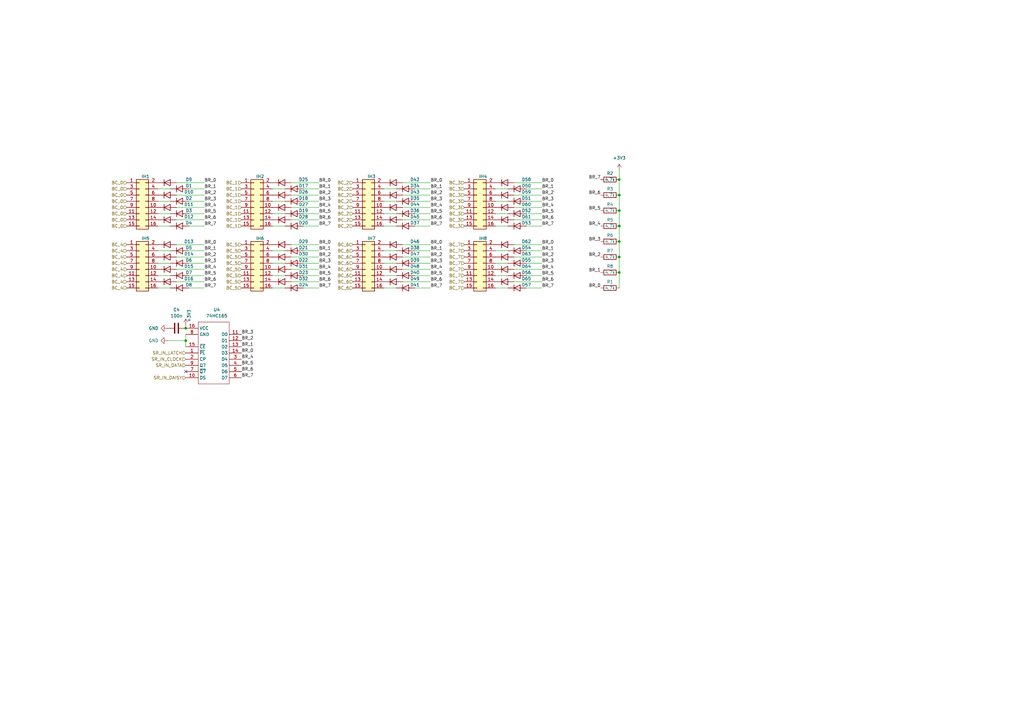
<source format=kicad_sch>
(kicad_sch (version 20211123) (generator eeschema)
  (paper "A3")
  (lib_symbols
    (symbol "Connector_Generic:Conn_02x08_Odd_Even" (pin_names (offset 1.016) hide)
      (property "Reference" "J" (at 1.27 10.16 0))
      (property "Value" "Conn_02x08_Odd_Even" (at 1.27 -12.7 0))
      (symbol "Conn_02x08_Odd_Even_1_1"
        (rectangle (start -1.27 -10.033) (end 0 -10.287) (stroke (width 0.1524)))
        (rectangle (start -1.27 -7.493) (end 0 -7.747) (stroke (width 0.1524)))
        (rectangle (start -1.27 -4.953) (end 0 -5.207) (stroke (width 0.1524)))
        (rectangle (start -1.27 -2.413) (end 0 -2.667) (stroke (width 0.1524)))
        (rectangle (start -1.27 0.127) (end 0 -0.127) (stroke (width 0.1524)))
        (rectangle (start -1.27 2.667) (end 0 2.413) (stroke (width 0.1524)))
        (rectangle (start -1.27 5.207) (end 0 4.953) (stroke (width 0.1524)))
        (rectangle (start -1.27 7.747) (end 0 7.493) (stroke (width 0.1524)))
        (rectangle (start -1.27 8.89) (end 3.81 -11.43) (stroke (width 0.254)) (fill (type background)))
        (rectangle (start 3.81 -10.033) (end 2.54 -10.287) (stroke (width 0.1524)))
        (rectangle (start 3.81 -7.493) (end 2.54 -7.747) (stroke (width 0.1524)))
        (rectangle (start 3.81 -4.953) (end 2.54 -5.207) (stroke (width 0.1524)))
        (rectangle (start 3.81 -2.413) (end 2.54 -2.667) (stroke (width 0.1524)))
        (rectangle (start 3.81 0.127) (end 2.54 -0.127) (stroke (width 0.1524)))
        (rectangle (start 3.81 2.667) (end 2.54 2.413) (stroke (width 0.1524)))
        (rectangle (start 3.81 5.207) (end 2.54 4.953) (stroke (width 0.1524)))
        (rectangle (start 3.81 7.747) (end 2.54 7.493) (stroke (width 0.1524)))
        (pin passive line (at -5.08 7.62 0) (length 3.81) (name "Pin_1") (number "1"))
        (pin passive line (at 7.62 -2.54 180) (length 3.81) (name "Pin_10") (number "10"))
        (pin passive line (at -5.08 -5.08 0) (length 3.81) (name "Pin_11") (number "11"))
        (pin passive line (at 7.62 -5.08 180) (length 3.81) (name "Pin_12") (number "12"))
        (pin passive line (at -5.08 -7.62 0) (length 3.81) (name "Pin_13") (number "13"))
        (pin passive line (at 7.62 -7.62 180) (length 3.81) (name "Pin_14") (number "14"))
        (pin passive line (at -5.08 -10.16 0) (length 3.81) (name "Pin_15") (number "15"))
        (pin passive line (at 7.62 -10.16 180) (length 3.81) (name "Pin_16") (number "16"))
        (pin passive line (at 7.62 7.62 180) (length 3.81) (name "Pin_2") (number "2"))
        (pin passive line (at -5.08 5.08 0) (length 3.81) (name "Pin_3") (number "3"))
        (pin passive line (at 7.62 5.08 180) (length 3.81) (name "Pin_4") (number "4"))
        (pin passive line (at -5.08 2.54 0) (length 3.81) (name "Pin_5") (number "5"))
        (pin passive line (at 7.62 2.54 180) (length 3.81) (name "Pin_6") (number "6"))
        (pin passive line (at -5.08 0 0) (length 3.81) (name "Pin_7") (number "7"))
        (pin passive line (at 7.62 0 180) (length 3.81) (name "Pin_8") (number "8"))
        (pin passive line (at -5.08 -2.54 0) (length 3.81) (name "Pin_9") (number "9"))
      )
    )
    (symbol "Device:C" (pin_numbers hide) (pin_names (offset 0.254))
      (property "Reference" "C" (at 0.635 2.54 0))
      (property "Value" "C" (at 0.635 -2.54 0))
      (symbol "C_0_1"
        (polyline (pts (xy -2.032 -0.762) (xy 2.032 -0.762)) (stroke (width 0.508)))
        (polyline (pts (xy -2.032 0.762) (xy 2.032 0.762)) (stroke (width 0.508)))
      )
      (symbol "C_1_1"
        (pin passive line (at 0 3.81 270) (length 2.794) (name "~") (number "1"))
        (pin passive line (at 0 -3.81 90) (length 2.794) (name "~") (number "2"))
      )
    )
    (symbol "Device:R" (pin_numbers hide) (pin_names (offset 0))
      (property "Reference" "R" (at 2.032 0 90))
      (property "Value" "R" (at 0 0 90))
      (symbol "R_0_1"
        (rectangle (start -1.016 -2.54) (end 1.016 2.54) (stroke (width 0.254)))
      )
      (symbol "R_1_1"
        (pin passive line (at 0 3.81 270) (length 1.27) (name "~") (number "1"))
        (pin passive line (at 0 -3.81 90) (length 1.27) (name "~") (number "2"))
      )
    )
    (symbol "Diode:1N4148WT" (pin_numbers hide) (pin_names (offset 1.016) hide)
      (property "Reference" "D" (at 0 2.54 0))
      (property "Value" "1N4148WT" (at 0 -2.54 0))
      (symbol "1N4148WT_0_1"
        (polyline (pts (xy -1.27 1.27) (xy -1.27 -1.27)) (stroke (width 0.254)))
        (polyline (pts (xy 1.27 0) (xy -1.27 0)))
        (polyline (pts (xy 1.27 1.27) (xy 1.27 -1.27) (xy -1.27 0) (xy 1.27 1.27)) (stroke (width 0.254)))
      )
      (symbol "1N4148WT_1_1"
        (pin passive line (at -3.81 0 0) (length 2.54) (name "K") (number "1"))
        (pin passive line (at 3.81 0 180) (length 2.54) (name "A") (number "2"))
      )
    )
    (symbol "igor_lib:74HC165"
      (property "Reference" "U?" (at 6.35 29.21 0))
      (property "Value" "74HC165" (at 6.35 26.67 0))
      (symbol "74HC165_1_0"
        (pin input line (at -5.08 12.7 0) (length 5.08) (name "~{PL}") (number "1"))
        (pin input line (at -5.08 2.54 0) (length 5.08) (name "DS") (number "10"))
        (pin input line (at 17.78 20.32 180) (length 5.08) (name "D0") (number "11"))
        (pin input line (at 17.78 17.78 180) (length 5.08) (name "D1") (number "12"))
        (pin input line (at 17.78 15.24 180) (length 5.08) (name "D2") (number "13"))
        (pin input line (at 17.78 12.7 180) (length 5.08) (name "D3") (number "14"))
        (pin input line (at -5.08 15.24 0) (length 5.08) (name "~{CE}") (number "15"))
        (pin power_in line (at -5.08 22.86 0) (length 5.08) (name "VCC") (number "16"))
        (pin input line (at -5.08 10.16 0) (length 5.08) (name "CP") (number "2"))
        (pin input line (at 17.78 10.16 180) (length 5.08) (name "D4") (number "3"))
        (pin input line (at 17.78 7.62 180) (length 5.08) (name "D5") (number "4"))
        (pin input line (at 17.78 5.08 180) (length 5.08) (name "D6") (number "5"))
        (pin input line (at 17.78 2.54 180) (length 5.08) (name "D7") (number "6"))
        (pin output line (at -5.08 5.08 0) (length 5.08) (name "~{Q7}") (number "7"))
        (pin power_in line (at -5.08 20.32 0) (length 5.08) (name "GND") (number "8"))
        (pin output line (at -5.08 7.62 0) (length 5.08) (name "Q7") (number "9"))
      )
      (symbol "74HC165_1_1"
        (rectangle (start 0 25.4) (end 12.7 0))
      )
    )
    (symbol "power:+3.3V" (power) (pin_names (offset 0))
      (property "Value" "+3.3V" (at 0 3.556 0))
      (symbol "+3.3V_0_1"
        (polyline (pts (xy -0.762 1.27) (xy 0 2.54)))
        (polyline (pts (xy 0 0) (xy 0 2.54)))
        (polyline (pts (xy 0 2.54) (xy 0.762 1.27)))
      )
      (symbol "+3.3V_1_1"
        (pin power_in line (at 0 0 90) (length 0) hide (name "+3V3") (number "1"))
      )
    )
    (symbol "power:GND" (power) (pin_names (offset 0))
      (property "Value" "GND" (at 0 -3.81 0))
      (symbol "GND_0_1"
        (polyline (pts (xy 0 0) (xy 0 -1.27) (xy 1.27 -1.27) (xy 0 -2.54) (xy -1.27 -1.27) (xy 0 -1.27)))
      )
      (symbol "GND_1_1"
        (pin power_in line (at 0 0 270) (length 0) hide (name "GND") (number "1"))
      )
    )
  )
  (junction (at 76.2 139.7))
  (junction (at 254 111.76))
  (junction (at 254 105.41))
  (junction (at 254 99.06))
  (junction (at 76.2 134.62))
  (junction (at 254 80.01))
  (junction (at 254 92.71))
  (junction (at 254 73.66))
  (junction (at 254 86.36))
  (no_connect (at 76.2 152.4))
  (wire (pts (xy 69.85 107.95) (xy 64.77 107.95)))
  (wire (pts (xy 119.38 105.41) (xy 130.81 105.41)))
  (wire (pts (xy 210.82 90.17) (xy 222.25 90.17)))
  (wire (pts (xy 69.85 102.87) (xy 64.77 102.87)))
  (wire (pts (xy 116.84 118.11) (xy 111.76 118.11)))
  (wire (pts (xy 208.28 107.95) (xy 203.2 107.95)))
  (wire (pts (xy 210.82 74.93) (xy 222.25 74.93)))
  (wire (pts (xy 116.84 77.47) (xy 111.76 77.47)))
  (wire (pts (xy 215.9 102.87) (xy 222.25 102.87)))
  (wire (pts (xy 208.28 87.63) (xy 203.2 87.63)))
  (wire (pts (xy 72.39 115.57) (xy 83.82 115.57)))
  (wire (pts (xy 254 105.41) (xy 254 111.76)))
  (wire (pts (xy 72.39 100.33) (xy 83.82 100.33)))
  (wire (pts (xy 208.28 113.03) (xy 203.2 113.03)))
  (wire (pts (xy 215.9 82.55) (xy 222.25 82.55)))
  (wire (pts (xy 119.38 110.49) (xy 130.81 110.49)))
  (wire (pts (xy 119.38 90.17) (xy 130.81 90.17)))
  (wire (pts (xy 162.56 92.71) (xy 157.48 92.71)))
  (wire (pts (xy 210.82 100.33) (xy 222.25 100.33)))
  (wire (pts (xy 77.47 107.95) (xy 83.82 107.95)))
  (wire (pts (xy 77.47 87.63) (xy 83.82 87.63)))
  (wire (pts (xy 124.46 118.11) (xy 130.81 118.11)))
  (wire (pts (xy 215.9 118.11) (xy 222.25 118.11)))
  (wire (pts (xy 72.39 74.93) (xy 83.82 74.93)))
  (wire (pts (xy 119.38 85.09) (xy 130.81 85.09)))
  (wire (pts (xy 210.82 80.01) (xy 222.25 80.01)))
  (wire (pts (xy 116.84 113.03) (xy 111.76 113.03)))
  (wire (pts (xy 77.47 102.87) (xy 83.82 102.87)))
  (wire (pts (xy 69.85 87.63) (xy 64.77 87.63)))
  (wire (pts (xy 116.84 107.95) (xy 111.76 107.95)))
  (wire (pts (xy 162.56 102.87) (xy 157.48 102.87)))
  (wire (pts (xy 208.28 92.71) (xy 203.2 92.71)))
  (wire (pts (xy 254 73.66) (xy 254 80.01)))
  (wire (pts (xy 254 69.85) (xy 254 73.66)))
  (wire (pts (xy 162.56 113.03) (xy 157.48 113.03)))
  (wire (pts (xy 119.38 74.93) (xy 130.81 74.93)))
  (wire (pts (xy 165.1 90.17) (xy 176.53 90.17)))
  (wire (pts (xy 116.84 92.71) (xy 111.76 92.71)))
  (wire (pts (xy 215.9 87.63) (xy 222.25 87.63)))
  (wire (pts (xy 69.85 77.47) (xy 64.77 77.47)))
  (wire (pts (xy 210.82 85.09) (xy 222.25 85.09)))
  (wire (pts (xy 162.56 87.63) (xy 157.48 87.63)))
  (wire (pts (xy 170.18 107.95) (xy 176.53 107.95)))
  (wire (pts (xy 215.9 113.03) (xy 222.25 113.03)))
  (wire (pts (xy 69.85 113.03) (xy 64.77 113.03)))
  (wire (pts (xy 72.39 80.01) (xy 83.82 80.01)))
  (wire (pts (xy 119.38 100.33) (xy 130.81 100.33)))
  (wire (pts (xy 77.47 77.47) (xy 83.82 77.47)))
  (wire (pts (xy 76.2 137.16) (xy 76.2 139.7)))
  (wire (pts (xy 165.1 115.57) (xy 176.53 115.57)))
  (wire (pts (xy 165.1 74.93) (xy 176.53 74.93)))
  (wire (pts (xy 162.56 107.95) (xy 157.48 107.95)))
  (wire (pts (xy 208.28 82.55) (xy 203.2 82.55)))
  (wire (pts (xy 254 80.01) (xy 254 86.36)))
  (wire (pts (xy 165.1 100.33) (xy 176.53 100.33)))
  (wire (pts (xy 162.56 82.55) (xy 157.48 82.55)))
  (wire (pts (xy 210.82 105.41) (xy 222.25 105.41)))
  (wire (pts (xy 162.56 118.11) (xy 157.48 118.11)))
  (wire (pts (xy 210.82 115.57) (xy 222.25 115.57)))
  (wire (pts (xy 170.18 77.47) (xy 176.53 77.47)))
  (wire (pts (xy 77.47 82.55) (xy 83.82 82.55)))
  (wire (pts (xy 124.46 92.71) (xy 130.81 92.71)))
  (wire (pts (xy 116.84 82.55) (xy 111.76 82.55)))
  (wire (pts (xy 215.9 77.47) (xy 222.25 77.47)))
  (wire (pts (xy 116.84 87.63) (xy 111.76 87.63)))
  (wire (pts (xy 215.9 92.71) (xy 222.25 92.71)))
  (wire (pts (xy 170.18 92.71) (xy 176.53 92.71)))
  (wire (pts (xy 119.38 115.57) (xy 130.81 115.57)))
  (wire (pts (xy 254 92.71) (xy 254 99.06)))
  (wire (pts (xy 165.1 105.41) (xy 176.53 105.41)))
  (wire (pts (xy 77.47 113.03) (xy 83.82 113.03)))
  (wire (pts (xy 124.46 102.87) (xy 130.81 102.87)))
  (wire (pts (xy 208.28 102.87) (xy 203.2 102.87)))
  (wire (pts (xy 124.46 82.55) (xy 130.81 82.55)))
  (wire (pts (xy 170.18 87.63) (xy 176.53 87.63)))
  (wire (pts (xy 76.2 139.7) (xy 76.2 142.24)))
  (wire (pts (xy 124.46 113.03) (xy 130.81 113.03)))
  (wire (pts (xy 72.39 110.49) (xy 83.82 110.49)))
  (wire (pts (xy 254 86.36) (xy 254 92.71)))
  (wire (pts (xy 69.85 118.11) (xy 64.77 118.11)))
  (wire (pts (xy 72.39 85.09) (xy 83.82 85.09)))
  (wire (pts (xy 69.85 82.55) (xy 64.77 82.55)))
  (wire (pts (xy 254 99.06) (xy 254 105.41)))
  (wire (pts (xy 76.2 133.35) (xy 76.2 134.62)))
  (wire (pts (xy 170.18 102.87) (xy 176.53 102.87)))
  (wire (pts (xy 165.1 110.49) (xy 176.53 110.49)))
  (wire (pts (xy 68.58 139.7) (xy 76.2 139.7)))
  (wire (pts (xy 116.84 102.87) (xy 111.76 102.87)))
  (wire (pts (xy 170.18 118.11) (xy 176.53 118.11)))
  (wire (pts (xy 165.1 80.01) (xy 176.53 80.01)))
  (wire (pts (xy 208.28 77.47) (xy 203.2 77.47)))
  (wire (pts (xy 254 111.76) (xy 254 118.11)))
  (wire (pts (xy 72.39 105.41) (xy 83.82 105.41)))
  (wire (pts (xy 215.9 107.95) (xy 222.25 107.95)))
  (wire (pts (xy 119.38 80.01) (xy 130.81 80.01)))
  (wire (pts (xy 77.47 118.11) (xy 83.82 118.11)))
  (wire (pts (xy 165.1 85.09) (xy 176.53 85.09)))
  (wire (pts (xy 170.18 82.55) (xy 176.53 82.55)))
  (wire (pts (xy 69.85 92.71) (xy 64.77 92.71)))
  (wire (pts (xy 170.18 113.03) (xy 176.53 113.03)))
  (wire (pts (xy 162.56 77.47) (xy 157.48 77.47)))
  (wire (pts (xy 124.46 107.95) (xy 130.81 107.95)))
  (wire (pts (xy 208.28 118.11) (xy 203.2 118.11)))
  (wire (pts (xy 124.46 87.63) (xy 130.81 87.63)))
  (wire (pts (xy 72.39 90.17) (xy 83.82 90.17)))
  (wire (pts (xy 77.47 92.71) (xy 83.82 92.71)))
  (wire (pts (xy 210.82 110.49) (xy 222.25 110.49)))
  (wire (pts (xy 124.46 77.47) (xy 130.81 77.47)))
  (label "BR_5" (at 130.81 87.63 0))
  (label "BR_6" (at 176.53 115.57 0))
  (label "BR_0" (at 99.06 144.78 0))
  (label "BR_0" (at 222.25 74.93 0))
  (label "BR_2" (at 83.82 105.41 0))
  (label "BR_7" (at 222.25 118.11 0))
  (label "BR_4" (at 176.53 110.49 0))
  (label "BR_2" (at 222.25 80.01 0))
  (label "BR_7" (at 176.53 118.11 0))
  (label "BR_5" (at 222.25 113.03 0))
  (label "BR_3" (at 83.82 82.55 0))
  (label "BR_0" (at 176.53 100.33 0))
  (label "BR_6" (at 83.82 90.17 0))
  (label "BR_7" (at 99.06 154.94 0))
  (label "BR_1" (at 83.82 102.87 0))
  (label "BR_3" (at 83.82 107.95 0))
  (label "BR_5" (at 83.82 87.63 0))
  (label "BR_1" (at 99.06 142.24 0))
  (label "BR_7" (at 130.81 92.71 0))
  (label "BR_0" (at 130.81 74.93 0))
  (label "BR_3" (at 222.25 107.95 0))
  (label "BR_6" (at 176.53 90.17 0))
  (label "BR_1" (at 176.53 77.47 0))
  (label "BR_2" (at 130.81 105.41 0))
  (label "BR_0" (at 246.38 118.11 180))
  (label "BR_6" (at 83.82 115.57 0))
  (label "BR_2" (at 246.38 105.41 180))
  (label "BR_6" (at 222.25 90.17 0))
  (label "BR_1" (at 83.82 77.47 0))
  (label "BR_4" (at 130.81 110.49 0))
  (label "BR_5" (at 222.25 87.63 0))
  (label "BR_2" (at 130.81 80.01 0))
  (label "BR_1" (at 176.53 102.87 0))
  (label "BR_1" (at 222.25 77.47 0))
  (label "BR_0" (at 176.53 74.93 0))
  (label "BR_0" (at 83.82 74.93 0))
  (label "BR_7" (at 176.53 92.71 0))
  (label "BR_2" (at 83.82 80.01 0))
  (label "BR_4" (at 130.81 85.09 0))
  (label "BR_3" (at 99.06 137.16 0))
  (label "BR_0" (at 83.82 100.33 0))
  (label "BR_3" (at 222.25 82.55 0))
  (label "BR_4" (at 83.82 110.49 0))
  (label "BR_4" (at 176.53 85.09 0))
  (label "BR_4" (at 83.82 85.09 0))
  (label "BR_4" (at 222.25 85.09 0))
  (label "BR_6" (at 130.81 90.17 0))
  (label "BR_5" (at 99.06 149.86 0))
  (label "BR_3" (at 176.53 82.55 0))
  (label "BR_5" (at 176.53 113.03 0))
  (label "BR_7" (at 222.25 92.71 0))
  (label "BR_4" (at 99.06 147.32 0))
  (label "BR_1" (at 222.25 102.87 0))
  (label "BR_2" (at 176.53 80.01 0))
  (label "BR_0" (at 130.81 100.33 0))
  (label "BR_1" (at 130.81 77.47 0))
  (label "BR_1" (at 130.81 102.87 0))
  (label "BR_7" (at 83.82 118.11 0))
  (label "BR_6" (at 246.38 80.01 180))
  (label "BR_4" (at 222.25 110.49 0))
  (label "BR_2" (at 99.06 139.7 0))
  (label "BR_2" (at 222.25 105.41 0))
  (label "BR_5" (at 83.82 113.03 0))
  (label "BR_5" (at 176.53 87.63 0))
  (label "BR_4" (at 246.38 92.71 180))
  (label "BR_3" (at 130.81 82.55 0))
  (label "BR_2" (at 176.53 105.41 0))
  (label "BR_7" (at 130.81 118.11 0))
  (label "BR_7" (at 83.82 92.71 0))
  (label "BR_1" (at 246.38 111.76 180))
  (label "BR_5" (at 246.38 86.36 180))
  (label "BR_3" (at 130.81 107.95 0))
  (label "BR_6" (at 222.25 115.57 0))
  (label "BR_5" (at 130.81 113.03 0))
  (label "BR_3" (at 246.38 99.06 180))
  (label "BR_7" (at 246.38 73.66 180))
  (label "BR_6" (at 99.06 152.4 0))
  (label "BR_0" (at 222.25 100.33 0))
  (label "BR_6" (at 130.81 115.57 0))
  (label "BR_3" (at 176.53 107.95 0))
  (hierarchical_label "BC_2" (shape input) (at 144.78 92.71 180))
  (hierarchical_label "BC_1" (shape input) (at 99.06 85.09 180))
  (hierarchical_label "BC_0" (shape input) (at 52.07 74.93 180))
  (hierarchical_label "BC_2" (shape input) (at 144.78 87.63 180))
  (hierarchical_label "BC_7" (shape input) (at 190.5 107.95 180))
  (hierarchical_label "BC_4" (shape input) (at 52.07 118.11 180))
  (hierarchical_label "BC_6" (shape input) (at 144.78 107.95 180))
  (hierarchical_label "BC_0" (shape input) (at 52.07 87.63 180))
  (hierarchical_label "BC_1" (shape input) (at 99.06 74.93 180))
  (hierarchical_label "BC_4" (shape input) (at 52.07 107.95 180))
  (hierarchical_label "BC_7" (shape input) (at 190.5 110.49 180))
  (hierarchical_label "BC_1" (shape input) (at 99.06 87.63 180))
  (hierarchical_label "BC_6" (shape input) (at 144.78 115.57 180))
  (hierarchical_label "BC_2" (shape input) (at 144.78 82.55 180))
  (hierarchical_label "BC_6" (shape input) (at 144.78 118.11 180))
  (hierarchical_label "BC_3" (shape input) (at 190.5 92.71 180))
  (hierarchical_label "BC_3" (shape input) (at 190.5 87.63 180))
  (hierarchical_label "BC_0" (shape input) (at 52.07 92.71 180))
  (hierarchical_label "BC_0" (shape input) (at 52.07 82.55 180))
  (hierarchical_label "BC_6" (shape input) (at 144.78 102.87 180))
  (hierarchical_label "BC_5" (shape input) (at 99.06 110.49 180))
  (hierarchical_label "BC_3" (shape input) (at 190.5 82.55 180))
  (hierarchical_label "BC_2" (shape input) (at 144.78 85.09 180))
  (hierarchical_label "BC_5" (shape input) (at 99.06 118.11 180))
  (hierarchical_label "BC_4" (shape input) (at 52.07 105.41 180))
  (hierarchical_label "BC_5" (shape input) (at 99.06 115.57 180))
  (hierarchical_label "BC_7" (shape input) (at 190.5 100.33 180))
  (hierarchical_label "BC_1" (shape input) (at 99.06 77.47 180))
  (hierarchical_label "BC_2" (shape input) (at 144.78 77.47 180))
  (hierarchical_label "BC_4" (shape input) (at 52.07 115.57 180))
  (hierarchical_label "BC_1" (shape input) (at 99.06 82.55 180))
  (hierarchical_label "BC_3" (shape input) (at 190.5 80.01 180))
  (hierarchical_label "BC_3" (shape input) (at 190.5 77.47 180))
  (hierarchical_label "BC_3" (shape input) (at 190.5 90.17 180))
  (hierarchical_label "BC_4" (shape input) (at 52.07 102.87 180))
  (hierarchical_label "BC_7" (shape input) (at 190.5 118.11 180))
  (hierarchical_label "BC_7" (shape input) (at 190.5 102.87 180))
  (hierarchical_label "BC_2" (shape input) (at 144.78 74.93 180))
  (hierarchical_label "BC_6" (shape input) (at 144.78 100.33 180))
  (hierarchical_label "BC_7" (shape input) (at 190.5 105.41 180))
  (hierarchical_label "SR_IN_CLOCK" (shape input) (at 76.2 147.32 180))
  (hierarchical_label "BC_0" (shape input) (at 52.07 80.01 180))
  (hierarchical_label "BC_6" (shape input) (at 144.78 113.03 180))
  (hierarchical_label "BC_6" (shape input) (at 144.78 110.49 180))
  (hierarchical_label "BC_6" (shape input) (at 144.78 105.41 180))
  (hierarchical_label "BC_7" (shape input) (at 190.5 113.03 180))
  (hierarchical_label "BC_1" (shape input) (at 99.06 92.71 180))
  (hierarchical_label "BC_2" (shape input) (at 144.78 90.17 180))
  (hierarchical_label "SR_IN_DATA" (shape input) (at 76.2 149.86 180))
  (hierarchical_label "BC_5" (shape input) (at 99.06 105.41 180))
  (hierarchical_label "BC_4" (shape input) (at 52.07 110.49 180))
  (hierarchical_label "BC_0" (shape input) (at 52.07 77.47 180))
  (hierarchical_label "BC_4" (shape input) (at 52.07 113.03 180))
  (hierarchical_label "SR_IN_LATCH" (shape input) (at 76.2 144.78 180))
  (hierarchical_label "BC_1" (shape input) (at 99.06 90.17 180))
  (hierarchical_label "BC_5" (shape input) (at 99.06 102.87 180))
  (hierarchical_label "BC_5" (shape input) (at 99.06 113.03 180))
  (hierarchical_label "BC_2" (shape input) (at 144.78 80.01 180))
  (hierarchical_label "BC_5" (shape input) (at 99.06 107.95 180))
  (hierarchical_label "BC_4" (shape input) (at 52.07 100.33 180))
  (hierarchical_label "BC_3" (shape input) (at 190.5 85.09 180))
  (hierarchical_label "BC_1" (shape input) (at 99.06 80.01 180))
  (hierarchical_label "BC_0" (shape input) (at 52.07 90.17 180))
  (hierarchical_label "BC_0" (shape input) (at 52.07 85.09 180))
  (hierarchical_label "BC_7" (shape input) (at 190.5 115.57 180))
  (hierarchical_label "BC_3" (shape input) (at 190.5 74.93 180))
  (hierarchical_label "SR_IN_DAISY" (shape input) (at 76.2 154.94 180))
  (hierarchical_label "BC_5" (shape input) (at 99.06 100.33 180))
  (symbol (lib_id "Connector_Generic:Conn_02x08_Odd_Even") (at 195.58 107.95 0) (unit 1)
    (property "Reference" "IH8" (at 198.12 97.79 0))
    (property "Value" "Conn_02x08_Top_Bottom" (effects hide))
    (property "Footprint" "Connector_PinHeader_2.54mm:PinHeader_2x08_P2.54mm_Vertical" (effects hide))
  )
  (symbol (lib_id "Diode:1N4148WT") (at 68.58 100.33 0) (unit 1)
    (property "Reference" "D13" (at 77.47 99.06 0))
    (property "Value" "1N4148WT" (effects hide))
    (property "Footprint" "Diode_SMD:D_SOD-523" (effects hide))
    (property "Datasheet" "https://www.diodes.com/assets/Datasheets/ds30396.pdf" (effects hide))
    (property "LCSC" "C232841" (effects hide))
  )
  (symbol (lib_id "Diode:1N4148WT") (at 212.09 118.11 0) (unit 1)
    (property "Reference" "D57" (at 215.9 116.84 0))
    (property "Value" "1N4148WT" (effects hide))
    (property "Footprint" "Diode_SMD:D_SOD-523" (effects hide))
    (property "Datasheet" "https://www.diodes.com/assets/Datasheets/ds30396.pdf" (effects hide))
    (property "LCSC" "C232841" (effects hide))
  )
  (symbol (lib_id "Diode:1N4148WT") (at 207.01 90.17 0) (unit 1)
    (property "Reference" "D61" (at 215.9 88.9 0))
    (property "Value" "1N4148WT" (effects hide))
    (property "Footprint" "Diode_SMD:D_SOD-523" (effects hide))
    (property "Datasheet" "https://www.diodes.com/assets/Datasheets/ds30396.pdf" (effects hide))
    (property "LCSC" "C232841" (effects hide))
  )
  (symbol (lib_id "Diode:1N4148WT") (at 73.66 113.03 0) (unit 1)
    (property "Reference" "D7" (at 77.47 111.76 0))
    (property "Value" "1N4148WT" (effects hide))
    (property "Footprint" "Diode_SMD:D_SOD-523" (effects hide))
    (property "Datasheet" "https://www.diodes.com/assets/Datasheets/ds30396.pdf" (effects hide))
    (property "LCSC" "C232841" (effects hide))
  )
  (symbol (lib_id "Diode:1N4148WT") (at 120.65 92.71 0) (unit 1)
    (property "Reference" "D20" (at 124.46 91.44 0))
    (property "Value" "1N4148WT" (effects hide))
    (property "Footprint" "Diode_SMD:D_SOD-523" (effects hide))
    (property "Datasheet" "https://www.diodes.com/assets/Datasheets/ds30396.pdf" (effects hide))
    (property "LCSC" "C232841" (effects hide))
  )
  (symbol (lib_id "Diode:1N4148WT") (at 73.66 82.55 0) (unit 1)
    (property "Reference" "D2" (at 77.47 81.28 0))
    (property "Value" "1N4148WT" (effects hide))
    (property "Footprint" "Diode_SMD:D_SOD-523" (effects hide))
    (property "Datasheet" "https://www.diodes.com/assets/Datasheets/ds30396.pdf" (effects hide))
    (property "LCSC" "C232841" (effects hide))
  )
  (symbol (lib_id "Connector_Generic:Conn_02x08_Odd_Even") (at 104.14 107.95 0) (unit 1)
    (property "Reference" "IH6" (at 106.68 97.79 0))
    (property "Value" "Conn_02x08_Top_Bottom" (effects hide))
    (property "Footprint" "Connector_PinHeader_2.54mm:PinHeader_2x08_P2.54mm_Vertical" (effects hide))
  )
  (symbol (lib_id "Diode:1N4148WT") (at 207.01 110.49 0) (unit 1)
    (property "Reference" "D64" (at 215.9 109.22 0))
    (property "Value" "1N4148WT" (effects hide))
    (property "Footprint" "Diode_SMD:D_SOD-523" (effects hide))
    (property "Datasheet" "https://www.diodes.com/assets/Datasheets/ds30396.pdf" (effects hide))
    (property "LCSC" "C232841" (effects hide))
  )
  (symbol (lib_id "Diode:1N4148WT") (at 68.58 90.17 0) (unit 1)
    (property "Reference" "D12" (at 77.47 88.9 0))
    (property "Value" "1N4148WT" (effects hide))
    (property "Footprint" "Diode_SMD:D_SOD-523" (effects hide))
    (property "Datasheet" "https://www.diodes.com/assets/Datasheets/ds30396.pdf" (effects hide))
    (property "LCSC" "C232841" (effects hide))
  )
  (symbol (lib_id "Diode:1N4148WT") (at 212.09 77.47 0) (unit 1)
    (property "Reference" "D50" (at 215.9 76.2 0))
    (property "Value" "1N4148WT" (effects hide))
    (property "Footprint" "Diode_SMD:D_SOD-523" (effects hide))
    (property "Datasheet" "https://www.diodes.com/assets/Datasheets/ds30396.pdf" (effects hide))
    (property "LCSC" "C232841" (effects hide))
  )
  (symbol (lib_id "Diode:1N4148WT") (at 161.29 74.93 0) (unit 1)
    (property "Reference" "D42" (at 170.18 73.66 0))
    (property "Value" "1N4148WT" (effects hide))
    (property "Footprint" "Diode_SMD:D_SOD-523" (effects hide))
    (property "Datasheet" "https://www.diodes.com/assets/Datasheets/ds30396.pdf" (effects hide))
    (property "LCSC" "C232841" (effects hide))
  )
  (symbol (lib_id "power:+3.3V") (at 76.2 133.35 0) (unit 1)
    (property "Reference" "#PWR0107" (effects hide))
    (property "Value" "+3.3V" (at 77.47 129.54 90))
  )
  (symbol (lib_id "Diode:1N4148WT") (at 68.58 80.01 0) (unit 1)
    (property "Reference" "D10" (at 77.47 78.74 0))
    (property "Value" "1N4148WT" (effects hide))
    (property "Footprint" "Diode_SMD:D_SOD-523" (effects hide))
    (property "Datasheet" "https://www.diodes.com/assets/Datasheets/ds30396.pdf" (effects hide))
    (property "LCSC" "C232841" (effects hide))
  )
  (symbol (lib_id "Diode:1N4148WT") (at 161.29 115.57 0) (unit 1)
    (property "Reference" "D49" (at 170.18 114.3 0))
    (property "Value" "1N4148WT" (effects hide))
    (property "Footprint" "Diode_SMD:D_SOD-523" (effects hide))
    (property "Datasheet" "https://www.diodes.com/assets/Datasheets/ds30396.pdf" (effects hide))
    (property "LCSC" "C232841" (effects hide))
  )
  (symbol (lib_id "Diode:1N4148WT") (at 212.09 113.03 0) (unit 1)
    (property "Reference" "D56" (at 215.9 111.76 0))
    (property "Value" "1N4148WT" (effects hide))
    (property "Footprint" "Diode_SMD:D_SOD-523" (effects hide))
    (property "Datasheet" "https://www.diodes.com/assets/Datasheets/ds30396.pdf" (effects hide))
    (property "LCSC" "C232841" (effects hide))
  )
  (symbol (lib_id "Diode:1N4148WT") (at 207.01 85.09 0) (unit 1)
    (property "Reference" "D60" (at 215.9 83.82 0))
    (property "Value" "1N4148WT" (effects hide))
    (property "Footprint" "Diode_SMD:D_SOD-523" (effects hide))
    (property "Datasheet" "https://www.diodes.com/assets/Datasheets/ds30396.pdf" (effects hide))
    (property "LCSC" "C232841" (effects hide))
  )
  (symbol (lib_id "Diode:1N4148WT") (at 161.29 80.01 0) (unit 1)
    (property "Reference" "D43" (at 170.18 78.74 0))
    (property "Value" "1N4148WT" (effects hide))
    (property "Footprint" "Diode_SMD:D_SOD-523" (effects hide))
    (property "Datasheet" "https://www.diodes.com/assets/Datasheets/ds30396.pdf" (effects hide))
    (property "LCSC" "C232841" (effects hide))
  )
  (symbol (lib_id "Diode:1N4148WT") (at 115.57 110.49 0) (unit 1)
    (property "Reference" "D31" (at 124.46 109.22 0))
    (property "Value" "1N4148WT" (effects hide))
    (property "Footprint" "Diode_SMD:D_SOD-523" (effects hide))
    (property "Datasheet" "https://www.diodes.com/assets/Datasheets/ds30396.pdf" (effects hide))
    (property "LCSC" "C232841" (effects hide))
  )
  (symbol (lib_id "Device:R") (at 250.19 118.11 90) (unit 1)
    (property "Reference" "R1" (at 250.19 115.57 90))
    (property "Value" "4.7k" (at 250.19 118.11 90))
    (property "Footprint" "Resistor_SMD:R_0402_1005Metric" (effects hide))
    (property "LCSC" "C25900" (effects hide))
  )
  (symbol (lib_id "Device:R") (at 250.19 80.01 90) (unit 1)
    (property "Reference" "R3" (at 250.19 77.47 90))
    (property "Value" "4.7k" (at 250.19 80.01 90))
    (property "Footprint" "Resistor_SMD:R_0402_1005Metric" (effects hide))
    (property "LCSC" "C25900" (effects hide))
  )
  (symbol (lib_id "Diode:1N4148WT") (at 68.58 85.09 0) (unit 1)
    (property "Reference" "D11" (at 77.47 83.82 0))
    (property "Value" "1N4148WT" (effects hide))
    (property "Footprint" "Diode_SMD:D_SOD-523" (effects hide))
    (property "Datasheet" "https://www.diodes.com/assets/Datasheets/ds30396.pdf" (effects hide))
    (property "LCSC" "C232841" (effects hide))
  )
  (symbol (lib_id "Diode:1N4148WT") (at 207.01 115.57 0) (unit 1)
    (property "Reference" "D65" (at 215.9 114.3 0))
    (property "Value" "1N4148WT" (effects hide))
    (property "Footprint" "Diode_SMD:D_SOD-523" (effects hide))
    (property "Datasheet" "https://www.diodes.com/assets/Datasheets/ds30396.pdf" (effects hide))
    (property "LCSC" "C232841" (effects hide))
  )
  (symbol (lib_id "Diode:1N4148WT") (at 73.66 102.87 0) (unit 1)
    (property "Reference" "D5" (at 77.47 101.6 0))
    (property "Value" "1N4148WT" (effects hide))
    (property "Footprint" "Diode_SMD:D_SOD-523" (effects hide))
    (property "Datasheet" "https://www.diodes.com/assets/Datasheets/ds30396.pdf" (effects hide))
    (property "LCSC" "C232841" (effects hide))
  )
  (symbol (lib_id "Connector_Generic:Conn_02x08_Odd_Even") (at 104.14 82.55 0) (unit 1)
    (property "Reference" "IH2" (at 106.68 72.39 0))
    (property "Value" "Conn_02x08_Top_Bottom" (effects hide))
    (property "Footprint" "Connector_PinHeader_2.54mm:PinHeader_2x08_P2.54mm_Vertical" (effects hide))
  )
  (symbol (lib_id "Diode:1N4148WT") (at 207.01 100.33 0) (unit 1)
    (property "Reference" "D62" (at 215.9 99.06 0))
    (property "Value" "1N4148WT" (effects hide))
    (property "Footprint" "Diode_SMD:D_SOD-523" (effects hide))
    (property "Datasheet" "https://www.diodes.com/assets/Datasheets/ds30396.pdf" (effects hide))
    (property "LCSC" "C232841" (effects hide))
  )
  (symbol (lib_id "Diode:1N4148WT") (at 166.37 113.03 0) (unit 1)
    (property "Reference" "D40" (at 170.18 111.76 0))
    (property "Value" "1N4148WT" (effects hide))
    (property "Footprint" "Diode_SMD:D_SOD-523" (effects hide))
    (property "Datasheet" "https://www.diodes.com/assets/Datasheets/ds30396.pdf" (effects hide))
    (property "LCSC" "C232841" (effects hide))
  )
  (symbol (lib_id "Diode:1N4148WT") (at 115.57 105.41 0) (unit 1)
    (property "Reference" "D30" (at 124.46 104.14 0))
    (property "Value" "1N4148WT" (effects hide))
    (property "Footprint" "Diode_SMD:D_SOD-523" (effects hide))
    (property "Datasheet" "https://www.diodes.com/assets/Datasheets/ds30396.pdf" (effects hide))
    (property "LCSC" "C232841" (effects hide))
  )
  (symbol (lib_id "Device:R") (at 250.19 86.36 90) (unit 1)
    (property "Reference" "R4" (at 250.19 83.82 90))
    (property "Value" "4.7k" (at 250.19 86.36 90))
    (property "Footprint" "Resistor_SMD:R_0402_1005Metric" (effects hide))
    (property "LCSC" "C25900" (effects hide))
  )
  (symbol (lib_id "Diode:1N4148WT") (at 120.65 113.03 0) (unit 1)
    (property "Reference" "D23" (at 124.46 111.76 0))
    (property "Value" "1N4148WT" (effects hide))
    (property "Footprint" "Diode_SMD:D_SOD-523" (effects hide))
    (property "Datasheet" "https://www.diodes.com/assets/Datasheets/ds30396.pdf" (effects hide))
    (property "LCSC" "C232841" (effects hide))
  )
  (symbol (lib_id "Diode:1N4148WT") (at 68.58 115.57 0) (unit 1)
    (property "Reference" "D16" (at 77.47 114.3 0))
    (property "Value" "1N4148WT" (effects hide))
    (property "Footprint" "Diode_SMD:D_SOD-523" (effects hide))
    (property "Datasheet" "https://www.diodes.com/assets/Datasheets/ds30396.pdf" (effects hide))
    (property "LCSC" "C232841" (effects hide))
  )
  (symbol (lib_id "Diode:1N4148WT") (at 68.58 110.49 0) (unit 1)
    (property "Reference" "D15" (at 77.47 109.22 0))
    (property "Value" "1N4148WT" (effects hide))
    (property "Footprint" "Diode_SMD:D_SOD-523" (effects hide))
    (property "Datasheet" "https://www.diodes.com/assets/Datasheets/ds30396.pdf" (effects hide))
    (property "LCSC" "C232841" (effects hide))
  )
  (symbol (lib_id "Diode:1N4148WT") (at 166.37 77.47 0) (unit 1)
    (property "Reference" "D34" (at 170.18 76.2 0))
    (property "Value" "1N4148WT" (effects hide))
    (property "Footprint" "Diode_SMD:D_SOD-523" (effects hide))
    (property "Datasheet" "https://www.diodes.com/assets/Datasheets/ds30396.pdf" (effects hide))
    (property "LCSC" "C232841" (effects hide))
  )
  (symbol (lib_id "Diode:1N4148WT") (at 68.58 74.93 0) (unit 1)
    (property "Reference" "D9" (at 77.47 73.66 0))
    (property "Value" "1N4148WT" (effects hide))
    (property "Footprint" "Diode_SMD:D_SOD-523" (effects hide))
    (property "Datasheet" "https://www.diodes.com/assets/Datasheets/ds30396.pdf" (effects hide))
    (property "LCSC" "C232841" (effects hide))
  )
  (symbol (lib_id "Diode:1N4148WT") (at 120.65 82.55 0) (unit 1)
    (property "Reference" "D18" (at 124.46 81.28 0))
    (property "Value" "1N4148WT" (effects hide))
    (property "Footprint" "Diode_SMD:D_SOD-523" (effects hide))
    (property "Datasheet" "https://www.diodes.com/assets/Datasheets/ds30396.pdf" (effects hide))
    (property "LCSC" "C232841" (effects hide))
  )
  (symbol (lib_id "Diode:1N4148WT") (at 73.66 118.11 0) (unit 1)
    (property "Reference" "D8" (at 77.47 116.84 0))
    (property "Value" "1N4148WT" (effects hide))
    (property "Footprint" "Diode_SMD:D_SOD-523" (effects hide))
    (property "Datasheet" "https://www.diodes.com/assets/Datasheets/ds30396.pdf" (effects hide))
    (property "LCSC" "C232841" (effects hide))
  )
  (symbol (lib_id "power:GND") (at 68.58 134.62 270) (unit 1)
    (property "Reference" "#PWR0104" (effects hide))
    (property "Value" "GND" (at 60.96 134.62 90) (effects (justify left)))
  )
  (symbol (lib_id "Diode:1N4148WT") (at 73.66 77.47 0) (unit 1)
    (property "Reference" "D1" (at 77.47 76.2 0))
    (property "Value" "1N4148WT" (effects hide))
    (property "Footprint" "Diode_SMD:D_SOD-523" (effects hide))
    (property "Datasheet" "https://www.diodes.com/assets/Datasheets/ds30396.pdf" (effects hide))
    (property "LCSC" "C232841" (effects hide))
  )
  (symbol (lib_id "Device:R") (at 250.19 92.71 90) (unit 1)
    (property "Reference" "R5" (at 250.19 90.17 90))
    (property "Value" "4.7k" (at 250.19 92.71 90))
    (property "Footprint" "Resistor_SMD:R_0402_1005Metric" (effects hide))
    (property "LCSC" "C25900" (effects hide))
  )
  (symbol (lib_id "Diode:1N4148WT") (at 161.29 105.41 0) (unit 1)
    (property "Reference" "D47" (at 170.18 104.14 0))
    (property "Value" "1N4148WT" (effects hide))
    (property "Footprint" "Diode_SMD:D_SOD-523" (effects hide))
    (property "Datasheet" "https://www.diodes.com/assets/Datasheets/ds30396.pdf" (effects hide))
    (property "LCSC" "C232841" (effects hide))
  )
  (symbol (lib_id "Diode:1N4148WT") (at 115.57 85.09 0) (unit 1)
    (property "Reference" "D27" (at 124.46 83.82 0))
    (property "Value" "1N4148WT" (effects hide))
    (property "Footprint" "Diode_SMD:D_SOD-523" (effects hide))
    (property "Datasheet" "https://www.diodes.com/assets/Datasheets/ds30396.pdf" (effects hide))
    (property "LCSC" "C232841" (effects hide))
  )
  (symbol (lib_id "Diode:1N4148WT") (at 120.65 77.47 0) (unit 1)
    (property "Reference" "D17" (at 124.46 76.2 0))
    (property "Value" "1N4148WT" (effects hide))
    (property "Footprint" "Diode_SMD:D_SOD-523" (effects hide))
    (property "Datasheet" "https://www.diodes.com/assets/Datasheets/ds30396.pdf" (effects hide))
    (property "LCSC" "C232841" (effects hide))
  )
  (symbol (lib_id "Device:R") (at 250.19 111.76 90) (unit 1)
    (property "Reference" "R8" (at 250.19 109.22 90))
    (property "Value" "4.7k" (at 250.19 111.76 90))
    (property "Footprint" "Resistor_SMD:R_0402_1005Metric" (effects hide))
    (property "LCSC" "C25900" (effects hide))
  )
  (symbol (lib_id "Device:R") (at 250.19 99.06 90) (unit 1)
    (property "Reference" "R6" (at 250.19 96.52 90))
    (property "Value" "4.7k" (at 250.19 99.06 90))
    (property "Footprint" "Resistor_SMD:R_0402_1005Metric" (effects hide))
    (property "LCSC" "C25900" (effects hide))
  )
  (symbol (lib_id "Diode:1N4148WT") (at 161.29 85.09 0) (unit 1)
    (property "Reference" "D44" (at 170.18 83.82 0))
    (property "Value" "1N4148WT" (effects hide))
    (property "Footprint" "Diode_SMD:D_SOD-523" (effects hide))
    (property "Datasheet" "https://www.diodes.com/assets/Datasheets/ds30396.pdf" (effects hide))
    (property "LCSC" "C232841" (effects hide))
  )
  (symbol (lib_id "Device:R") (at 250.19 105.41 90) (unit 1)
    (property "Reference" "R7" (at 250.19 102.87 90))
    (property "Value" "4.7k" (at 250.19 105.41 90))
    (property "Footprint" "Resistor_SMD:R_0402_1005Metric" (effects hide))
    (property "LCSC" "C25900" (effects hide))
  )
  (symbol (lib_id "Diode:1N4148WT") (at 120.65 102.87 0) (unit 1)
    (property "Reference" "D21" (at 124.46 101.6 0))
    (property "Value" "1N4148WT" (effects hide))
    (property "Footprint" "Diode_SMD:D_SOD-523" (effects hide))
    (property "Datasheet" "https://www.diodes.com/assets/Datasheets/ds30396.pdf" (effects hide))
    (property "LCSC" "C232841" (effects hide))
  )
  (symbol (lib_id "Diode:1N4148WT") (at 68.58 105.41 0) (unit 1)
    (property "Reference" "D14" (at 77.47 104.14 0))
    (property "Value" "1N4148WT" (effects hide))
    (property "Footprint" "Diode_SMD:D_SOD-523" (effects hide))
    (property "Datasheet" "https://www.diodes.com/assets/Datasheets/ds30396.pdf" (effects hide))
    (property "LCSC" "C232841" (effects hide))
  )
  (symbol (lib_id "Connector_Generic:Conn_02x08_Odd_Even") (at 57.15 82.55 0) (unit 1)
    (property "Reference" "IH1" (at 59.69 72.39 0))
    (property "Value" "Conn_02x08_Top_Bottom" (effects hide))
    (property "Footprint" "Connector_PinHeader_2.54mm:PinHeader_2x08_P2.54mm_Vertical" (effects hide))
  )
  (symbol (lib_id "Diode:1N4148WT") (at 166.37 107.95 0) (unit 1)
    (property "Reference" "D39" (at 170.18 106.68 0))
    (property "Value" "1N4148WT" (effects hide))
    (property "Footprint" "Diode_SMD:D_SOD-523" (effects hide))
    (property "Datasheet" "https://www.diodes.com/assets/Datasheets/ds30396.pdf" (effects hide))
    (property "LCSC" "C232841" (effects hide))
  )
  (symbol (lib_id "Diode:1N4148WT") (at 115.57 100.33 0) (unit 1)
    (property "Reference" "D29" (at 124.46 99.06 0))
    (property "Value" "1N4148WT" (effects hide))
    (property "Footprint" "Diode_SMD:D_SOD-523" (effects hide))
    (property "Datasheet" "https://www.diodes.com/assets/Datasheets/ds30396.pdf" (effects hide))
    (property "LCSC" "C232841" (effects hide))
  )
  (symbol (lib_id "Diode:1N4148WT") (at 166.37 82.55 0) (unit 1)
    (property "Reference" "D35" (at 170.18 81.28 0))
    (property "Value" "1N4148WT" (effects hide))
    (property "Footprint" "Diode_SMD:D_SOD-523" (effects hide))
    (property "Datasheet" "https://www.diodes.com/assets/Datasheets/ds30396.pdf" (effects hide))
    (property "LCSC" "C232841" (effects hide))
  )
  (symbol (lib_id "Diode:1N4148WT") (at 212.09 82.55 0) (unit 1)
    (property "Reference" "D51" (at 215.9 81.28 0))
    (property "Value" "1N4148WT" (effects hide))
    (property "Footprint" "Diode_SMD:D_SOD-523" (effects hide))
    (property "Datasheet" "https://www.diodes.com/assets/Datasheets/ds30396.pdf" (effects hide))
    (property "LCSC" "C232841" (effects hide))
  )
  (symbol (lib_id "Diode:1N4148WT") (at 166.37 102.87 0) (unit 1)
    (property "Reference" "D38" (at 170.18 101.6 0))
    (property "Value" "1N4148WT" (effects hide))
    (property "Footprint" "Diode_SMD:D_SOD-523" (effects hide))
    (property "Datasheet" "https://www.diodes.com/assets/Datasheets/ds30396.pdf" (effects hide))
    (property "LCSC" "C232841" (effects hide))
  )
  (symbol (lib_id "Connector_Generic:Conn_02x08_Odd_Even") (at 149.86 82.55 0) (unit 1)
    (property "Reference" "IH3" (at 152.4 72.39 0))
    (property "Value" "Conn_02x08_Top_Bottom" (effects hide))
    (property "Footprint" "Connector_PinHeader_2.54mm:PinHeader_2x08_P2.54mm_Vertical" (effects hide))
  )
  (symbol (lib_id "Diode:1N4148WT") (at 115.57 80.01 0) (unit 1)
    (property "Reference" "D26" (at 124.46 78.74 0))
    (property "Value" "1N4148WT" (effects hide))
    (property "Footprint" "Diode_SMD:D_SOD-523" (effects hide))
    (property "Datasheet" "https://www.diodes.com/assets/Datasheets/ds30396.pdf" (effects hide))
    (property "LCSC" "C232841" (effects hide))
  )
  (symbol (lib_id "Diode:1N4148WT") (at 212.09 87.63 0) (unit 1)
    (property "Reference" "D52" (at 215.9 86.36 0))
    (property "Value" "1N4148WT" (effects hide))
    (property "Footprint" "Diode_SMD:D_SOD-523" (effects hide))
    (property "Datasheet" "https://www.diodes.com/assets/Datasheets/ds30396.pdf" (effects hide))
    (property "LCSC" "C232841" (effects hide))
  )
  (symbol (lib_id "Diode:1N4148WT") (at 73.66 107.95 0) (unit 1)
    (property "Reference" "D6" (at 77.47 106.68 0))
    (property "Value" "1N4148WT" (effects hide))
    (property "Footprint" "Diode_SMD:D_SOD-523" (effects hide))
    (property "Datasheet" "https://www.diodes.com/assets/Datasheets/ds30396.pdf" (effects hide))
    (property "LCSC" "C232841" (effects hide))
  )
  (symbol (lib_id "Device:R") (at 250.19 73.66 90) (unit 1)
    (property "Reference" "R2" (at 250.19 71.12 90))
    (property "Value" "4.7k" (at 250.19 73.66 90))
    (property "Footprint" "Resistor_SMD:R_0402_1005Metric" (effects hide))
    (property "LCSC" "C25900" (effects hide))
  )
  (symbol (lib_id "Diode:1N4148WT") (at 115.57 115.57 0) (unit 1)
    (property "Reference" "D32" (at 124.46 114.3 0))
    (property "Value" "1N4148WT" (effects hide))
    (property "Footprint" "Diode_SMD:D_SOD-523" (effects hide))
    (property "Datasheet" "https://www.diodes.com/assets/Datasheets/ds30396.pdf" (effects hide))
    (property "LCSC" "C232841" (effects hide))
  )
  (symbol (lib_id "Diode:1N4148WT") (at 207.01 74.93 0) (unit 1)
    (property "Reference" "D58" (at 215.9 73.66 0))
    (property "Value" "1N4148WT" (effects hide))
    (property "Footprint" "Diode_SMD:D_SOD-523" (effects hide))
    (property "Datasheet" "https://www.diodes.com/assets/Datasheets/ds30396.pdf" (effects hide))
    (property "LCSC" "C232841" (effects hide))
  )
  (symbol (lib_id "Diode:1N4148WT") (at 166.37 92.71 0) (unit 1)
    (property "Reference" "D37" (at 170.18 91.44 0))
    (property "Value" "1N4148WT" (effects hide))
    (property "Footprint" "Diode_SMD:D_SOD-523" (effects hide))
    (property "Datasheet" "https://www.diodes.com/assets/Datasheets/ds30396.pdf" (effects hide))
    (property "LCSC" "C232841" (effects hide))
  )
  (symbol (lib_id "Diode:1N4148WT") (at 212.09 102.87 0) (unit 1)
    (property "Reference" "D54" (at 215.9 101.6 0))
    (property "Value" "1N4148WT" (effects hide))
    (property "Footprint" "Diode_SMD:D_SOD-523" (effects hide))
    (property "Datasheet" "https://www.diodes.com/assets/Datasheets/ds30396.pdf" (effects hide))
    (property "LCSC" "C232841" (effects hide))
  )
  (symbol (lib_id "Device:C") (at 72.39 134.62 90) (unit 1)
    (property "Reference" "C4" (at 72.39 127 90))
    (property "Value" "100n" (at 72.39 129.54 90))
    (property "Footprint" "Capacitor_SMD:C_0402_1005Metric" (effects hide))
    (property "LCSC" "C1525" (effects hide))
  )
  (symbol (lib_id "Diode:1N4148WT") (at 212.09 107.95 0) (unit 1)
    (property "Reference" "D55" (at 215.9 106.68 0))
    (property "Value" "1N4148WT" (effects hide))
    (property "Footprint" "Diode_SMD:D_SOD-523" (effects hide))
    (property "Datasheet" "https://www.diodes.com/assets/Datasheets/ds30396.pdf" (effects hide))
    (property "LCSC" "C232841" (effects hide))
  )
  (symbol (lib_id "igor_lib:74HC165") (at 81.28 157.48 0) (unit 1)
    (property "Reference" "U4" (at 88.9 127 0))
    (property "Value" "74HC165" (at 88.9 129.54 0))
    (property "Footprint" "Package_SO:SO-16_3.9x9.9mm_P1.27mm" (effects hide))
    (property "LCSC" "C5613" (effects hide))
  )
  (symbol (lib_id "Diode:1N4148WT") (at 161.29 90.17 0) (unit 1)
    (property "Reference" "D45" (at 170.18 88.9 0))
    (property "Value" "1N4148WT" (effects hide))
    (property "Footprint" "Diode_SMD:D_SOD-523" (effects hide))
    (property "Datasheet" "https://www.diodes.com/assets/Datasheets/ds30396.pdf" (effects hide))
    (property "LCSC" "C232841" (effects hide))
  )
  (symbol (lib_id "Diode:1N4148WT") (at 207.01 105.41 0) (unit 1)
    (property "Reference" "D63" (at 215.9 104.14 0))
    (property "Value" "1N4148WT" (effects hide))
    (property "Footprint" "Diode_SMD:D_SOD-523" (effects hide))
    (property "Datasheet" "https://www.diodes.com/assets/Datasheets/ds30396.pdf" (effects hide))
    (property "LCSC" "C232841" (effects hide))
  )
  (symbol (lib_id "power:GND") (at 68.58 139.7 270) (unit 1)
    (property "Reference" "#PWR0103" (effects hide))
    (property "Value" "GND" (at 60.96 139.7 90) (effects (justify left)))
  )
  (symbol (lib_id "power:+3.3V") (at 254 69.85 0) (unit 1)
    (property "Reference" "#PWR0102" (effects hide))
    (property "Value" "+3.3V" (at 254 64.77 0))
  )
  (symbol (lib_id "Diode:1N4148WT") (at 161.29 100.33 0) (unit 1)
    (property "Reference" "D46" (at 170.18 99.06 0))
    (property "Value" "1N4148WT" (effects hide))
    (property "Footprint" "Diode_SMD:D_SOD-523" (effects hide))
    (property "Datasheet" "https://www.diodes.com/assets/Datasheets/ds30396.pdf" (effects hide))
    (property "LCSC" "C232841" (effects hide))
  )
  (symbol (lib_id "Diode:1N4148WT") (at 73.66 87.63 0) (unit 1)
    (property "Reference" "D3" (at 77.47 86.36 0))
    (property "Value" "1N4148WT" (effects hide))
    (property "Footprint" "Diode_SMD:D_SOD-523" (effects hide))
    (property "Datasheet" "https://www.diodes.com/assets/Datasheets/ds30396.pdf" (effects hide))
    (property "LCSC" "C232841" (effects hide))
  )
  (symbol (lib_id "Connector_Generic:Conn_02x08_Odd_Even") (at 57.15 107.95 0) (unit 1)
    (property "Reference" "IH5" (at 59.69 97.79 0))
    (property "Value" "Conn_02x08_Top_Bottom" (effects hide))
    (property "Footprint" "Connector_PinHeader_2.54mm:PinHeader_2x08_P2.54mm_Vertical" (effects hide))
  )
  (symbol (lib_id "Connector_Generic:Conn_02x08_Odd_Even") (at 195.58 82.55 0) (unit 1)
    (property "Reference" "IH4" (at 198.12 72.39 0))
    (property "Value" "Conn_02x08_Top_Bottom" (effects hide))
    (property "Footprint" "Connector_PinHeader_2.54mm:PinHeader_2x08_P2.54mm_Vertical" (effects hide))
  )
  (symbol (lib_id "Diode:1N4148WT") (at 120.65 87.63 0) (unit 1)
    (property "Reference" "D19" (at 124.46 86.36 0))
    (property "Value" "1N4148WT" (effects hide))
    (property "Footprint" "Diode_SMD:D_SOD-523" (effects hide))
    (property "Datasheet" "https://www.diodes.com/assets/Datasheets/ds30396.pdf" (effects hide))
    (property "LCSC" "C232841" (effects hide))
  )
  (symbol (lib_id "Diode:1N4148WT") (at 207.01 80.01 0) (unit 1)
    (property "Reference" "D59" (at 215.9 78.74 0))
    (property "Value" "1N4148WT" (effects hide))
    (property "Footprint" "Diode_SMD:D_SOD-523" (effects hide))
    (property "Datasheet" "https://www.diodes.com/assets/Datasheets/ds30396.pdf" (effects hide))
    (property "LCSC" "C232841" (effects hide))
  )
  (symbol (lib_id "Diode:1N4148WT") (at 161.29 110.49 0) (unit 1)
    (property "Reference" "D48" (at 170.18 109.22 0))
    (property "Value" "1N4148WT" (effects hide))
    (property "Footprint" "Diode_SMD:D_SOD-523" (effects hide))
    (property "Datasheet" "https://www.diodes.com/assets/Datasheets/ds30396.pdf" (effects hide))
    (property "LCSC" "C232841" (effects hide))
  )
  (symbol (lib_id "Diode:1N4148WT") (at 120.65 107.95 0) (unit 1)
    (property "Reference" "D22" (at 124.46 106.68 0))
    (property "Value" "1N4148WT" (effects hide))
    (property "Footprint" "Diode_SMD:D_SOD-523" (effects hide))
    (property "Datasheet" "https://www.diodes.com/assets/Datasheets/ds30396.pdf" (effects hide))
    (property "LCSC" "C232841" (effects hide))
  )
  (symbol (lib_id "Diode:1N4148WT") (at 73.66 92.71 0) (unit 1)
    (property "Reference" "D4" (at 77.47 91.44 0))
    (property "Value" "1N4148WT" (effects hide))
    (property "Footprint" "Diode_SMD:D_SOD-523" (effects hide))
    (property "Datasheet" "https://www.diodes.com/assets/Datasheets/ds30396.pdf" (effects hide))
    (property "LCSC" "C232841" (effects hide))
  )
  (symbol (lib_id "Diode:1N4148WT") (at 115.57 74.93 0) (unit 1)
    (property "Reference" "D25" (at 124.46 73.66 0))
    (property "Value" "1N4148WT" (effects hide))
    (property "Footprint" "Diode_SMD:D_SOD-523" (effects hide))
    (property "Datasheet" "https://www.diodes.com/assets/Datasheets/ds30396.pdf" (effects hide))
    (property "LCSC" "C232841" (effects hide))
  )
  (symbol (lib_id "Diode:1N4148WT") (at 212.09 92.71 0) (unit 1)
    (property "Reference" "D53" (at 215.9 91.44 0))
    (property "Value" "1N4148WT" (effects hide))
    (property "Footprint" "Diode_SMD:D_SOD-523" (effects hide))
    (property "Datasheet" "https://www.diodes.com/assets/Datasheets/ds30396.pdf" (effects hide))
    (property "LCSC" "C232841" (effects hide))
  )
  (symbol (lib_id "Diode:1N4148WT") (at 120.65 118.11 0) (unit 1)
    (property "Reference" "D24" (at 124.46 116.84 0))
    (property "Value" "1N4148WT" (effects hide))
    (property "Footprint" "Diode_SMD:D_SOD-523" (effects hide))
    (property "Datasheet" "https://www.diodes.com/assets/Datasheets/ds30396.pdf" (effects hide))
    (property "LCSC" "C232841" (effects hide))
  )
  (symbol (lib_id "Connector_Generic:Conn_02x08_Odd_Even") (at 149.86 107.95 0) (unit 1)
    (property "Reference" "IH7" (at 152.4 97.79 0))
    (property "Value" "Conn_02x08_Top_Bottom" (effects hide))
    (property "Footprint" "Connector_PinHeader_2.54mm:PinHeader_2x08_P2.54mm_Vertical" (effects hide))
  )
  (symbol (lib_id "Diode:1N4148WT") (at 166.37 118.11 0) (unit 1)
    (property "Reference" "D41" (at 170.18 116.84 0))
    (property "Value" "1N4148WT" (effects hide))
    (property "Footprint" "Diode_SMD:D_SOD-523" (effects hide))
    (property "Datasheet" "https://www.diodes.com/assets/Datasheets/ds30396.pdf" (effects hide))
    (property "LCSC" "C232841" (effects hide))
  )
  (symbol (lib_id "Diode:1N4148WT") (at 166.37 87.63 0) (unit 1)
    (property "Reference" "D36" (at 170.18 86.36 0))
    (property "Value" "1N4148WT" (effects hide))
    (property "Footprint" "Diode_SMD:D_SOD-523" (effects hide))
    (property "Datasheet" "https://www.diodes.com/assets/Datasheets/ds30396.pdf" (effects hide))
    (property "LCSC" "C232841" (effects hide))
  )
  (symbol (lib_id "Diode:1N4148WT") (at 115.57 90.17 0) (unit 1)
    (property "Reference" "D28" (at 124.46 88.9 0))
    (property "Value" "1N4148WT" (effects hide))
    (property "Footprint" "Diode_SMD:D_SOD-523" (effects hide))
    (property "Datasheet" "https://www.diodes.com/assets/Datasheets/ds30396.pdf" (effects hide))
    (property "LCSC" "C232841" (effects hide))
  )
)
</source>
